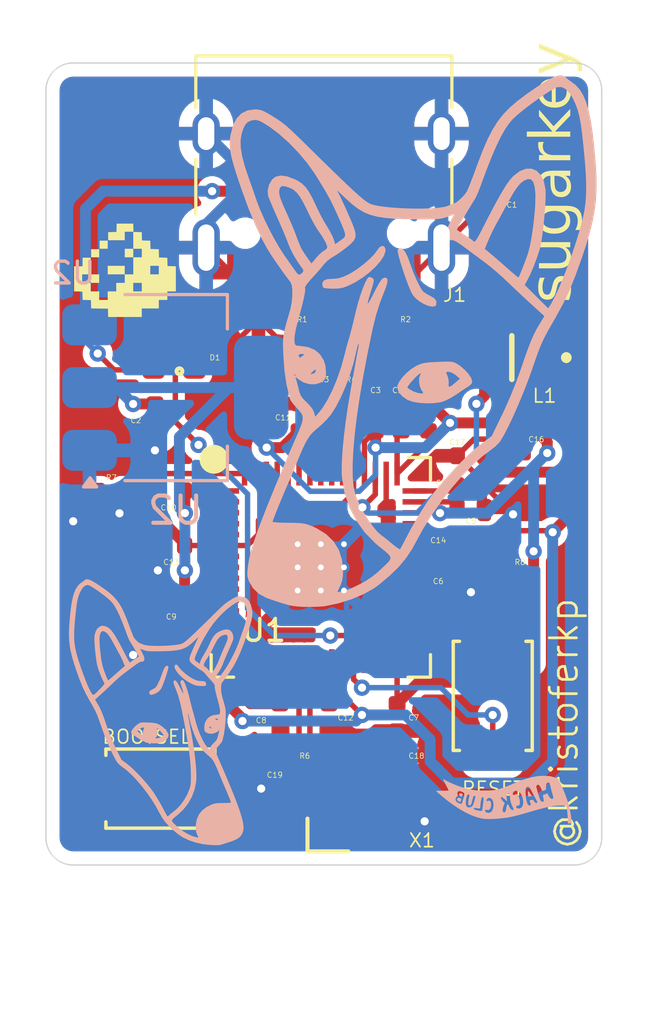
<source format=kicad_pcb>
(kicad_pcb (version 20241229) (generator "pcbnew") (generator_version "9.0")
  (layers (0 "F.Cu" signal) (2 "B.Cu" signal) (13 "F.Paste" user) (15 "B.Paste" user) (5 "F.SilkS" user "F.Silkscreen") (7 "B.SilkS" user "B.Silkscreen") (1 "F.Mask" user) (3 "B.Mask" user) (25 "Edge.Cuts" user))
  (net 0 "")
  (net 1 "GND")
  (net 2 "VBUS")
  (net 3 "+3V3")
  (net 4 "+1V1")
  (net 5 "Net-(U1-VREG_AVDD)")
  (net 6 "/XIN")
  (net 7 "Net-(D1-DIN)")
  (net 9 "Net-(U1-VREG_LX)")
  (net 10 "/USB_D+")
  (net 11 "/USB_D-")
  (net 12 "/XOUT")
  (net 13 "Net-(R7-Pad1)")
  (net 14 "Net-(U1-QSPI_SS)")
  (net 15 "Net-(R8-Pad2)")
  (net 28 "Net-(U1-RUN)")
  (net 53 "Net-(J1-CC2)")
  (net 54 "Net-(J1-CC1)")
  (net 57 "Net-(C18-Pad1)")
  (net 58 "/USB_P")
  (net 59 "/USB_N")
  (footprint "PCM_JLCPCB:R_0402" (layer "F.Cu") (at 88.4 112.7 180)
    (property "Reference" "R6" (hide yes))
    (property "Value" "1kΩ" (hide yes))
  )
  (footprint "PCM_JLCPCB:C_0402" (layer "F.Cu") (at 82.389 106.989 180)
    (property "Reference" "C9" (hide yes))
    (property "Value" "100nF")
  )
  (footprint "PCM_JLCPCB:C_0402" (layer "F.Cu") (at 86.9 114.1 -90)
    (property "Reference" "C19" (hide yes))
    (property "Value" "15pF")
  )
  (footprint "PCM_JLCPCB:R_0402" (layer "F.Cu") (at 80.2 103)
    (property "Reference" "R7" (hide yes))
    (property "Value" "1kΩ" (hide yes))
  )
  (footprint "PCM_JLCPCB:C_0402" (layer "F.Cu") (at 93.4 105.1)
    (property "Reference" "C14" (hide yes))
    (property "Value" "100nF")
  )
  (footprint "PCM_JLCPCB:C_0402" (layer "F.Cu") (at 90.689 111.289 -90)
    (property "Reference" "C7" (hide yes))
    (property "Value" "100nF")
  )
  (footprint "PCM_JLCPCB:C_0402" (layer "F.Cu") (at 81.8 100.3 -90)
    (property "Reference" "C2" (hide yes))
    (property "Value" "10uF")
  )
  (footprint "PCM_JLCPCB:LED-SMD_4P-L1.6-W1.5_XL-1615RGBC-WS2812B" (layer "F.Cu") (at 82.5 98.1 180)
    (property "Reference" "D1" (hide yes))
    (property "Value" "WS2812B")
  )
  (footprint "SamacSys_Parts:AOTAB201610S3R3101T" (layer "F.Cu") (at 94.9 98.1 180)
    (property "Reference" "L1" (hide yes))
    (property "Value" "AOTA-B201610S3R3-101-T" (hide yes))
  )
  (footprint "PCM_JLCPCB:R_0402" (layer "F.Cu") (at 86.1 96.7 180)
    (property "Reference" "R1" (hide yes))
    (property "Value" "5.1kΩ" (hide yes))
  )
  (footprint "PCM_JLCPCB:R_0402" (layer "F.Cu") (at 88 99.9 90)
    (property "Reference" "R3" (hide yes))
    (property "Value" "27Ω" (hide yes))
  )
  (footprint "PCM_JLCPCB:C_0402" (layer "F.Cu") (at 82.389 104.989 180)
    (property "Reference" "C13" (hide yes))
    (property "Value" "4.7uF")
  )
  (footprint "PCM_JLCPCB:C_0402" (layer "F.Cu") (at 93.389 103.589)
    (property "Reference" "C5" (hide yes))
    (property "Value" "100nF")
  )
  (footprint "PCM_JLCPCB:C_0402" (layer "F.Cu") (at 90.2 112.7)
    (property "Reference" "C18" (hide yes))
    (property "Value" "15pF")
  )
  (footprint "PCM_JLCPCB:C_0402" (layer "F.Cu") (at 93.389 102.789)
    (property "Reference" "C4" (hide yes))
    (property "Value" "100nF")
  )
  (footprint "PCM_JLCPCB:C_0402" (layer "F.Cu") (at 89.889 100.289 90)
    (property "Reference" "C3" (hide yes))
    (property "Value" "100nF")
  )
  (footprint "PCM_JLCPCB:R_0402" (layer "F.Cu") (at 94.8 105.6 -90)
    (property "Reference" "R8" (hide yes))
    (property "Value" "1kΩ" (hide yes))
  )
  (footprint "PCM_JLCPCB:R_0402" (layer "F.Cu") (at 89 99.9 90)
    (property "Reference" "R4" (hide yes))
    (property "Value" "27Ω" (hide yes))
  )
  (footprint "PCM_JLCPCB:R_0402" (layer "F.Cu") (at 91.838709 100.284088 -90)
    (property "Reference" "R5" (hide yes))
    (property "Value" "33Ω" (hide yes))
  )
  (footprint "PCM_JLCPCB:C_0402" (layer "F.Cu") (at 90.838709 100.284088 90)
    (property "Reference" "C15" (hide yes))
    (property "Value" "4.7uF")
  )
  (footprint "PCM_JLCPCB:C_0402" (layer "F.Cu") (at 87.089 100.289 90)
    (property "Reference" "C11" (hide yes))
    (property "Value" "100nF")
  )
  (footprint "RP2350_KiCad-main:RP2350A_QFN-60_EP_7.75x7.75_Pitch0.4mm" (layer "F.Cu") (at 87.889 105.789)
    (property "Reference" "U1")
    (property "Value" "RP2354A-QFN60")
  )
  (footprint "PCM_JLCPCB:SW_TS-1088-AR02016" (layer "F.Cu") (at 82 113.9 180)
    (property "Reference" "SW1" (hide yes))
    (property "Value" "SW_Push")
  )
  (footprint "PCM_JLCPCB:SW_TS-1088-AR02016" (layer "F.Cu") (at 94.2 110.5 -90)
    (property "Reference" "SW2" (hide yes))
    (property "Value" "SW_Push")
  )
  (footprint "PCM_JLCPCB:R_0402" (layer "F.Cu") (at 89.9 96.7)
    (property "Reference" "R2" (hide yes))
    (property "Value" "5.1kΩ" (hide yes))
  )
  (footprint "PCM_JLCPCB:CRYSTAL-SMD_4P-L3.2-W2.5-BL" (layer "F.Cu") (at 89.3 114.7)
    (property "Reference" "X1" (hide yes))
    (property "Value" "ABM8-272-T3")
  )
  (footprint "PCM_JLCPCB:C_0402" (layer "F.Cu") (at 93.4 101.7 180)
    (property "Reference" "C17" (hide yes))
    (property "Value" "4.7uF")
  )
  (footprint "PCM_JLCPCB:C_0402" (layer "F.Cu") (at 86.389 111.289 -90)
    (property "Reference" "C8" (hide yes))
    (property "Value" "100nF")
  )
  (footprint "PCM_JLCPCB:C_0402" (layer "F.Cu") (at 94.25 92.5 -90)
    (property "Reference" "C1" (hide yes))
    (property "Value" "10uF")
  )
  (footprint "LOGO" (layer "F.Cu") (at 80.692185 94.735878)
    (property "Reference" "G***" (hide yes))
    (property "Value" "LOGO" (hide yes))
  )
  (footprint "PCM_JLCPCB:C_0402" (layer "F.Cu") (at 95.289 101.089 90)
    (property "Reference" "C16" (hide yes))
    (property "Value" "4.7uF")
  )
  (footprint "Connector_USB:USB_C_Receptacle_HRO_TYPE-C-31-M-12" (layer "F.Cu") (at 88 90.94 180)
    (property "Reference" "J1" (hide yes))
    (property "Value" "USB_C_Receptacle_USB2.0_16P")
  )
  (footprint "PCM_JLCPCB:C_0402" (layer "F.Cu") (at 93.389 105.989)
    (property "Reference" "C6" (hide yes))
    (property "Value" "100nF")
  )
  (footprint "PCM_JLCPCB:C_0402" (layer "F.Cu") (at 82.389 102.989 180)
    (property "Reference" "C10" (hide yes))
    (property "Value" "100nF")
  )
  (footprint "PCM_JLCPCB:C_0402" (layer "F.Cu") (at 88.189 111.289 -90)
    (property "Reference" "C12" (hide yes))
    (property "Value" "100nF")
  )
  (footprint "LOGO" (layer "B.Cu") (at 82 111.1 180)
    (property "Reference" "G***" (hide yes))
    (property "Value" "LOGO" (hide yes))
  )
  (footprint "LOGO" (layer "B.Cu") (at 94.6 114.3 180)
    (property "Reference" "G***" (hide yes))
    (property "Value" "LOGO" (hide yes))
  )
  (footprint "LOGO" (layer "B.Cu") (at 91.3 97.5 180)
    (property "Reference" "G***" (hide yes))
    (property "Value" "LOGO" (hide yes))
  )
  (footprint "Package_TO_SOT_SMD:SOT-223-3_TabPin2" (layer "B.Cu") (at 82.55 99.2)
    (property "Reference" "U2")
    (property "Value" "AMS1117-3.3")
  )
  (gr_line (start 78.8 116.7) (end 97.2 116.7) (stroke (width 0.05)) (layer "Edge.Cuts"))
  (gr_line (start 98.2 115.7) (end 98.2 88.3) (stroke (width 0.05)) (layer "Edge.Cuts"))
  (gr_line (start 77.8 88.3) (end 77.8 115.7) (stroke (width 0.05)) (layer "Edge.Cuts"))
  (gr_arc (start 77.8 88.3) (mid 78.092893 87.592893) (end 78.8 87.3) (stroke (width 0.05)) (layer "Edge.Cuts"))
  (gr_arc (start 97.2 87.3) (mid 97.907107 87.592893) (end 98.2 88.3) (stroke (width 0.05)) (layer "Edge.Cuts"))
  (gr_arc (start 78.8 116.7) (mid 78.092893 116.407107) (end 77.8 115.7) (stroke (width 0.05)) (layer "Edge.Cuts"))
  (gr_line (start 97.2 87.3) (end 78.8 87.3) (stroke (width 0.05)) (layer "Edge.Cuts"))
  (gr_arc (start 98.2 115.7) (mid 97.907107 116.407107) (end 97.2 116.7) (stroke (width 0.05)) (layer "Edge.Cuts"))
  (gr_text "J1\n" (at 92.8 95.8 0) (layer "F.SilkS") (effects (font (size 0.5 0.5) (thickness 0.0625))))
  (gr_text "R1" (at 87.2 96.7 0) (layer "F.SilkS") (effects (font (size 0.2 0.2) (thickness 0.025))))
  (gr_text "RESET" (at 94.2 113.9 0) (layer "F.SilkS") (effects (font (size 0.5 0.5) (thickness 0.0625))))
  (gr_text "R4" (at 89 98.9 0) (layer "F.SilkS") (effects (font (size 0.2 0.2) (thickness 0.025))))
  (gr_text "C12" (at 88.8 111.3 0) (layer "F.SilkS") (effects (font (size 0.2 0.2) (thickness 0.025))))
  (gr_text "@kristoferkp" (at 97.4 116.2 90) (layer "F.SilkS") (effects (font (size 1 1) (thickness 0.1)) (justify left bottom)))
  (gr_text "C2\n" (at 81.1 100.4 0) (layer "F.SilkS") (effects (font (size 0.2 0.2) (thickness 0.025))))
  (gr_text "C3" (at 89.9 99.3 0) (layer "F.SilkS") (effects (font (size 0.2 0.2) (thickness 0.025))))
  (gr_text "C18\n" (at 91.4 112.7 0) (layer "F.SilkS") (effects (font (size 0.2 0.2) (thickness 0.025))))
  (gr_text "C6" (at 92.2 106.3 0) (layer "F.SilkS") (effects (font (size 0.2 0.2) (thickness 0.025))))
  (gr_text "C16" (at 95.8 101.1 0) (layer "F.SilkS") (effects (font (size 0.2 0.2) (thickness 0.025))))
  (gr_text "X1" (at 91.6 115.8 0) (layer "F.SilkS") (effects (font (size 0.5 0.5) (thickness 0.0625))))
  (gr_text "C1" (at 94.9 92.5 0) (layer "F.SilkS") (effects (font (size 0.2 0.2) (thickness 0.025))))
  (gr_text "R7\n" (at 80.2 102.5 0) (layer "F.SilkS") (effects (font (size 0.2 0.2) (thickness 0.025))))
  (gr_text "C13" (at 82.4 105.6 0) (layer "F.SilkS") (effects (font (size 0.2 0.2) (thickness 0.025))))
  (gr_text "L1" (at 96.1 99.5 0) (layer "F.SilkS") (effects (font (size 0.5 0.5) (thickness 0.0625))))
  (gr_text "C7" (at 91.3 111.3 0) (layer "F.SilkS") (effects (font (size 0.2 0.2) (thickness 0.025))))
  (gr_text "R5" (at 91.8 99.3 0) (layer "F.SilkS") (effects (font (size 0.2 0.2) (thickness 0.025))))
  (gr_text "R6" (at 87.3 112.7 0) (layer "F.SilkS") (effects (font (size 0.2 0.2) (thickness 0.025))))
  (gr_text "C8" (at 85.7 111.4 0) (layer "F.SilkS") (effects (font (size 0.2 0.2) (thickness 0.025))))
  (gr_text "C19\n" (at 86.2 113.4 0) (layer "F.SilkS") (effects (font (size 0.2 0.2) (thickness 0.025))))
  (gr_text "C10\n" (at 82.3 103.6 0) (layer "F.SilkS") (effects (font (size 0.2 0.2) (thickness 0.025))))
  (gr_text "C14" (at 92.2 104.8 0) (layer "F.SilkS") (effects (font (size 0.2 0.2) (thickness 0.025))))
  (gr_text "R3" (at 88 98.9 0) (layer "F.SilkS") (effects (font (size 0.2 0.2) (thickness 0.025))))
  (gr_text "C5" (at 93.4 104.1 0) (layer "F.SilkS") (effects (font (size 0.2 0.2) (thickness 0.025))))
  (gr_text "BOOTSEL\n" (at 81.5 112 0) (layer "F.SilkS") (effects (font (size 0.5 0.5) (thickness 0.0625))))
  (gr_text "R2" (at 91 96.7 0) (layer "F.SilkS") (effects (font (size 0.2 0.2) (thickness 0.025))))
  (gr_text "R8" (at 95.2 105.6 0) (layer "F.SilkS") (effects (font (size 0.2 0.2) (thickness 0.025))))
  (gr_text "C15" (at 90.8 99.3 0) (layer "F.SilkS") (effects (font (size 0.2 0.2) (thickness 0.025))))
  (gr_text "C4" (at 92.3 102.7 0) (layer "F.SilkS") (effects (font (size 0.2 0.2) (thickness 0.025))))
  (gr_text "sugarkey" (at 97.3 96.1 90) (layer "F.SilkS") (effects (font (size 1.5 1.5) (thickness 0.1)) (justify left bottom)))
  (gr_text "D1" (at 84 98.1 0) (layer "F.SilkS") (effects (font (size 0.2 0.2) (thickness 0.025))))
  (gr_text "C9" (at 82.4 107.6 0) (layer "F.SilkS") (effects (font (size 0.2 0.2) (thickness 0.025))))
  (gr_text "C17" (at 92.9 101.2 0) (layer "F.SilkS") (effects (font (size 0.2 0.2) (thickness 0.025))))
  (gr_text "C11" (at 86.5 100.3 0) (layer "F.SilkS") (effects (font (size 0.2 0.2) (thickness 0.025))))
  (gr_text "U2" (at 78.8 95 0) (layer "B.SilkS") (effects (font (size 0.8 0.8) (thickness 0.125)) (justify mirror)))
  (segment (start 84.595 94.985) (end 83.68 94.07) (width 0.2) (layer "F.Cu") (net 1))
  (segment (start 93.889 102.689) (end 92.9 101.7) (width 0.2) (layer "F.Cu") (net 1))
  (segment (start 81 109) (end 80.499265 108.499265) (width 0.2) (layer "F.Cu") (net 1))
  (segment (start 84.075 113.9) (end 85.7 113.9) (width 0.2) (layer "F.Cu") (net 1))
  (segment (start 91.25 95.85) (end 91.25 94.985) (width 0.2) (layer "F.Cu") (net 1))
  (segment (start 89.889 97.211) (end 90.4 96.7) (width 0.2) (layer "F.Cu") (net 1))
  (segment (start 83.25 97.65) (end 84.65 97.65) (width 0.2) (layer "F.Cu") (net 1))
  (segment (start 87.8 113.8) (end 87 114.6) (width 0.2) (layer "F.Cu") (net 1))
  (segment (start 91.7 115.1) (end 90.8 115.1) (width 0.2) (layer "F.Cu") (net 1))
  (segment (start 84.75 94.985) (end 84.75 95.85) (width 0.2) (layer "F.Cu") (net 1))
  (segment (start 90.838709 99.784088) (end 89.893912 99.784088) (width 0.2) (layer "F.Cu") (net 1))
  (segment (start 93.889 105.989) (end 93.889 106.211) (width 0.2) (layer "F.Cu") (net 1))
  (segment (start 93.39 93) (end 92.32 94.07) (width 0.2) (layer "F.Cu") (net 1))
  (segment (start 85.7 113.8) (end 86.389 113.111) (width 0.2) (layer "F.Cu") (net 1))
  (segment (start 91.401 113.21484) (end 91.401 114.499) (width 0.2) (layer "F.Cu") (net 1))
  (segment (start 93.9 105.1) (end 94.8 105.1) (width 0.2) (layer "F.Cu") (net 1))
  (segment (start 84.075 113.9) (end 84.075 112.425) (width 0.2) (layer "F.Cu") (net 1))
  (segment (start 93.511 101.089) (end 92.9 101.7) (width 0.2) (layer "F.Cu") (net 1))
  (segment (start 90.7 112.7) (end 90.7 111.8) (width 0.2) (layer "F.Cu") (net 1))
  (segment (start 93.889 102.789) (end 94.944975 103.844975) (width 0.2) (layer "F.Cu") (net 1))
  (segment (start 81.889 106.989) (end 81.889 105.919) (width 0.2) (layer "F.Cu") (net 1))
  (segment (start 91.401 114.499) (end 90.4 115.5) (width 0.2) (layer "F.Cu") (net 1))
  (segment (start 95.289 101.589) (end 94.789 101.089) (width 0.2) (layer "F.Cu") (net 1))
  (segment (start 90.88616 112.7) (end 91.401 113.21484) (width 0.2) (layer "F.Cu") (net 1))
  (segment (start 93.889 105.989) (end 93.889 105.111) (width 0.2) (layer "F.Cu") (net 1))
  (segment (start 84.75 95.85) (end 85.6 96.7) (width 0.2) (layer "F.Cu") (net 1))
  (segment (start 86.389 113.111) (end 86.389 111.789) (width 0.2) (layer "F.Cu") (net 1))
  (segment (start 90.4 115.5) (end 88.8 113.9) (width 0.2) (layer "F.Cu") (net 1))
  (segment (start 81 109.35) (end 81 109) (width 0.2) (layer "F.Cu") (net 1))
  (segment (start 93.889 106.211) (end 93.4 106.7) (width 0.2) (layer "F.Cu") (net 1))
  (segment (start 94.789 101.089) (end 93.511 101.089) (width 0.2) (layer "F.Cu") (net 1))
  (segment (start 80.499265 108.499265) (end 80.499265 103.807792) (width 0.2) (layer "F.Cu") (net 1))
  (segment (start 87.089 99.789) (end 87.089 98.189) (width 0.2) (layer "F.Cu") (net 1))
  (segment (start 84.65 97.65) (end 85.6 96.7) (width 0.2) (layer "F.Cu") (net 1))
  (segment (start 91.405 94.985) (end 92.32 94.07) (width 0.2) (layer "F.Cu") (net 1))
  (segment (start 79.93 94.07) (end 78.8 95.2) (width 0.4) (layer "F.Cu") (net 1))
  (segment (start 90.4 96.7) (end 91.25 95.85) (width 0.2) (layer "F.Cu") (net 1))
  (segment (start 85.7 113.9) (end 85.7 113.8) (width 0.2) (layer "F.Cu") (net 1))
  (segment (start 81.889 105.919) (end 81.908 105.9) (width 0.2) (layer "F.Cu") (net 1))
  (segment (start 81 109.35) (end 84.075 112.425) (width 0.2) (layer "F.Cu") (net 1))
  (segment (start 81.889 102.989) (end 81.070208 103.807792) (width 0.2) (layer "F.Cu") (net 1))
  (segment (start 88.201 111.801) (end 90.677 111.801) (width 0.2) (layer "F.Cu") (net 1))
  (segment (start 81.8 101.5) (end 81.8 100.8) (width 0.2) (layer "F.Cu") (net 1))
  (segment (start 94.25 93) (end 93.39 93) (width 0.2) (layer "F.Cu") (net 1))
  (segment (start 78.8 95.2) (end 78.8 104.1) (width 0.4) (layer "F.Cu") (net 1))
  (segment (start 83.68 94.07) (end 79.93 94.07) (width 0.4) (layer "F.Cu") (net 1))
  (segment (start 89.889 99.789) (end 89.889 97.211) (width 0.2) (layer "F.Cu") (net 1))
  (segment (start 90.289 104.239) (end 88.739 105.789) (width 0.2) (layer "F.Cu") (net 1))
  (segment (start 81.908 105.9) (end 81.908 105.008) (width 0.2) (layer "F.Cu") (net 1))
  (segment (start 87.089 98.189) (end 85.6 96.7) (width 0.2) (layer "F.Cu") (net 1))
  (segment (start 93.889 102.789) (end 93.889 103.589) (width 0.2) (layer "F.Cu") (net 1))
  (segment (start 90.7 112.7) (end 90.88616 112.7) (width 0.2) (layer "F.Cu") (net 1))
  (segment (start 90.289 102.3515) (end 90.289 104.239) (width 0.2) (layer "F.Cu") (net 1))
  (segment (start 83.68 89.89) (end 92.32 89.89) (width 0.4) (layer "F.Cu") (net 1))
  (segment (start 81.070208 103.807792) (end 80.499265 103.807792) (width 0.2) (layer "F.Cu") (net 1))
  (via (at 94.944975 103.844975) (size 0.6) (drill 0.3) (layers "F.Cu" "B.Cu") (net 1))
  (via (at 81.908 105.9) (size 0.6) (drill 0.3) (layers "F.Cu" "B.Cu") (net 1))
  (via (at 81 109) (size 0.6) (drill 0.3) (layers "F.Cu" "B.Cu") (net 1))
  (via (at 85.7 113.9) (size 0.6) (drill 0.3) (layers "F.Cu" "B.Cu") (net 1))
  (via (at 78.8 104.1) (size 0.6) (drill 0.3) (layers "F.Cu" "B.Cu") (net 1))
  (via (at 80.499265 103.807792) (size 0.6) (drill 0.3) (layers "F.Cu" "B.Cu") (net 1))
  (via (at 93.4 106.7) (size 0.6) (drill 0.3) (layers "F.Cu" "B.Cu") (net 1))
  (via (at 81.8 101.5) (size 0.6) (drill 0.3) (layers "F.Cu" "B.Cu") (net 1))
  (via (at 91.7 115.1) (size 0.6) (drill 0.3) (layers "F.Cu" "B.Cu") (net 1))
  (segment (start 93.339 106.639) (end 88.739 106.639) (width 0.2) (layer "B.Cu") (net 1))
  (segment (start 90.5 113.9) (end 85.7 113.9) (width 0.2) (layer "B.Cu") (net 1))
  (segment (start 87.039 105.789) (end 87.039 106.639) (width 0.2) (layer "B.Cu") (net 1))
  (segment (start 87.039 104.939) (end 87.039 105.789) (width 0.2) (layer "B.Cu") (net 1))
  (segment (start 94.944975 103.844975) (end 93.4 105.38995) (width 0.2) (layer "B.Cu") (net 1))
  (segment (start 80.207057 104.1) (end 80.499265 103.807792) (width 0.2) (layer "B.Cu") (net 1))
  (segment (start 87.889 106.639) (end 88.739 106.639) (width 0.2) (layer "B.Cu") (net 1))
  (segment (start 79.25 101.5) (end 81.8 101.5) (width 0.2) (layer "B.Cu") (net 1))
  (segment (start 87.039 106.639) (end 87.889 106.639) (width 0.2) (layer "B.Cu") (net 1))
  (segment (start 87.889 104.939) (end 87.039 104.939) (width 0.2) (layer "B.Cu") (net 1))
  (segment (start 87.039 105.789) (end 87.889 105.789) (width 0.2) (layer "B.Cu") (net 1))
  (segment (start 79.25 102.558527) (end 79.25 101.5) (width 0.2) (layer "B.Cu") (net 1))
  (segment (start 84.601 92.290364) (end 84.601 90.811) (width 0.4) (layer "B.Cu") (net 1))
  (segment (start 88.836445 108.537941) (end 88.836445 106.736445) (width 0.2) (layer "B.Cu") (net 1))
  (segment (start 80.499265 103.807792) (end 79.25 102.558527) (width 0.2) (layer "B.Cu") (net 1))
  (segment (start 83.68 93.211364) (end 84.601 92.290364) (width 0.4) (layer "B.Cu") (net 1))
  (segment (start 88.374386 109) (end 88.836445 108.537941) (width 0.2) (layer "B.Cu") (net 1))
  (segment (start 83.68 94.07) (end 83.68 93.211364) (width 0.4) (layer "B.Cu") (net 1))
  (segment (start 84.601 90.811) (end 83.68 89.89) (width 0.4) (layer "B.Cu") (net 1))
  (segment (start 88.739 105.789) (end 88.739 104.939) (width 0.2) (layer "B.Cu") (net 1))
  (segment (start 87.889 105.789) (end 87.889 106.639) (width 0.2) (layer "B.Cu") (net 1))
  (segment (start 93.4 105.38995) (end 93.4 106.7) (width 0.2) (layer "B.Cu") (net 1))
  (segment (start 87.889 105.789) (end 87.889 104.939) (width 0.2) (layer "B.Cu") (net 1))
  (segment (start 80.499265 104.491265) (end 80.499265 103.807792) (width 0.2) (layer "B.Cu") (net 1))
  (segment (start 78.8 104.1) (end 80.207057 104.1) (width 0.2) (layer "B.Cu") (net 1))
  (segment (start 93.4 106.7) (end 93.339 106.639) (width 0.2) (layer "B.Cu") (net 1))
  (segment (start 87.889 105.789) (end 88.739 105.789) (width 0.2) (layer "B.Cu") (net 1))
  (segment (start 88.739 106.639) (end 88.739 105.789) (width 0.2) (layer "B.Cu") (net 1))
  (segment (start 88.836445 106.736445) (end 88.739 106.639) (width 0.2) (layer "B.Cu") (net 1))
  (segment (start 81.908 105.9) (end 80.499265 104.491265) (width 0.2) (layer "B.Cu") (net 1))
  (segment (start 92.32 94.07) (end 92.32 89.89) (width 0.4) (layer "B.Cu") (net 1))
  (segment (start 91.7 115.1) (end 90.5 113.9) (width 0.2) (layer "B.Cu") (net 1))
  (segment (start 88.739 104.939) (end 87.889 104.939) (width 0.2) (layer "B.Cu") (net 1))
  (segment (start 88.374386 109) (end 81 109) (width 0.2) (layer "B.Cu") (net 1))
  (segment (start 88.25257 92) (end 90.45 94.19743) (width 0.4) (layer "F.Cu") (net 2))
  (segment (start 85.886 93.21857) (end 85.886 93.86143) (width 0.4) (layer "F.Cu") (net 2))
  (segment (start 85.55 94.19743) (end 85.55 94.985) (width 0.4) (layer "F.Cu") (net 2))
  (segment (start 83.9 92) (end 88.25257 92) (width 0.4) (layer "F.Cu") (net 2))
  (segment (start 83.9 92) (end 84.66743 92) (width 0.4) (layer "F.Cu") (net 2))
  (segment (start 79.7 97.95) (end 80.3 98.55) (width 0.2) (layer "F.Cu") (net 2))
  (segment (start 83.9 92) (end 94.25 92) (width 0.4) (layer "F.Cu") (net 2))
  (segment (start 90.45 94.19743) (end 90.45 94.985) (width 0.4) (layer "F.Cu") (net 2))
  (segment (start 84.66743 92) (end 85.886 93.21857) (width 0.4) (layer "F.Cu") (net 2))
  (segment (start 80.3 98.55) (end 81.75 98.55) (width 0.2) (layer "F.Cu") (net 2))
  (segment (start 85.886 93.86143) (end 85.55 94.19743) (width 0.4) (layer "F.Cu") (net 2))
  (via (at 79.7 97.95) (size 0.6) (drill 0.3) (layers "F.Cu" "B.Cu") (net 2))
  (via (at 83.9 92) (size 0.6) (drill 0.3) (layers "F.Cu" "B.Cu") (net 2))
  (segment (start 79.9 92) (end 83.9 92) (width 0.4) (layer "B.Cu") (net 2))
  (segment (start 79.25 97.5) (end 79.7 97.95) (width 0.2) (layer "B.Cu") (net 2))
  (segment (start 79.25 96.9) (end 79.25 92.65) (width 0.4) (layer "B.Cu") (net 2))
  (segment (start 79.25 92.65) (end 79.9 92) (width 0.4) (layer "B.Cu") (net 2))
  (segment (start 82.889 106.989) (end 82.889 105.911) (width 0.4) (layer "F.Cu") (net 3))
  (segment (start 82.889 108.366) (end 82.889 106.989) (width 0.4) (layer "F.Cu") (net 3))
  (segment (start 91.3265 103.389) (end 92.689 103.389) (width 0.2) (layer "F.Cu") (net 3))
  (segment (start 89.9 101.4) (end 89.9 100.8) (width 0.4) (layer "F.Cu") (net 3))
  (segment (start 82.889 105.911) (end 82.9 105.9) (width 0.4) (layer "F.Cu") (net 3))
  (segment (start 92.289 105.989) (end 92.889 105.989) (width 0.2) (layer "F.Cu") (net 3))
  (segment (start 91.3265 102.989) (end 92.689 102.989) (width 0.2) (layer "F.Cu") (net 3))
  (segment (start 92.089 105.789) (end 92.289 105.989) (width 0.2) (layer "F.Cu") (net 3))
  (segment (start 87.089 100.789) (end 87.089 101.068999) (width 0.2) (layer "F.Cu") (net 3))
  (segment (start 95.289 100.589) (end 95.598999 100.589) (width 0.4) (layer "F.Cu") (net 3))
  (segment (start 95 110) (end 95.7 109.3) (width 0.4) (layer "F.Cu") (net 3))
  (segment (start 92.631537 100.494725) (end 91.9209 99.784088) (width 0.4) (layer "F.Cu") (net 3))
  (segment (start 95.194725 100.494725) (end 95.289 100.589) (width 0.4) (layer "F.Cu") (net 3))
  (segment (start 81 99.8) (end 81.8 99.8) (width 0.4) (layer "F.Cu") (net 3))
  (segment (start 92.689 102.989) (end 92.889 102.789) (width 0.2) (layer "F.Cu") (net 3))
  (segment (start 86.389 110.789) (end 86.689 110.489) (width 0.2) (layer "F.Cu") (net 3))
  (segment (start 90.689 110.789) (end 91.478 110) (width 0.4) (layer "F.Cu") (net 3))
  (segment (start 82.889 106.989) (end 84.4515 106.989) (width 0.2) (layer "F.Cu") (net 3))
  (segment (start 92.631537 100.494725) (end 95.194725 100.494725) (width 0.4) (layer "F.Cu") (net 3))
  (segment (start 92.889 102.789) (end 92.889 103.589) (width 0.4) (layer "F.Cu") (net 3))
  (segment (start 87.489 101.468998) (end 87.449001 101.428999) (width 0.2) (layer "F.Cu") (net 3))
  (segment (start 86.478 101.4) (end 87.089 100.789) (width 0.4) (layer "F.Cu") (net 3))
  (segment (start 87.489 102.3515) (end 87.489 101.468998) (width 0.2) (layer "F.Cu") (net 3))
  (segment (start 92.6 106.278) (end 92.6 110) (width 0.4) (layer "F.Cu") (net 3))
  (segment (start 91.3265 105.789) (end 92.089 105.789) (width 0.2) (layer "F.Cu") (net 3))
  (segment (start 96.2 101.190001) (end 96.2 101.6) (width 0.4) (layer "F.Cu") (net 3))
  (segment (start 92.689 103.389) (end 92.889 103.589) (width 0.2) (layer "F.Cu") (net 3))
  (segment (start 82.9 103.8) (end 82.9 103) (width 0.4) (layer "F.Cu") (net 3))
  (segment (start 95.7 109.3) (end 95.7 105.2) (width 0.4) (layer "F.Cu") (net 3))
  (segment (start 92.264002 103.8) (end 92.678 103.8) (width 0.4) (layer "F.Cu") (net 3))
  (segment (start 92.889 105.989) (end 92.6 106.278) (width 0.4) (layer "F.Cu") (net 3))
  (segment (start 91.478 110) (end 92.6 110) (width 0.4) (layer "F.Cu") (net 3))
  (segment (start 85.9 101.4) (end 86.478 101.4) (width 0.4) (layer "F.Cu") (net 3))
  (segment (start 89.489 101.189) (end 89.889 100.789) (width 0.2) (layer "F.Cu") (net 3))
  (segment (start 92.6 110) (end 95 110) (width 0.4) (layer "F.Cu") (net 3))
  (segment (start 87.449001 101.428999) (end 87.889 101.868999) (width 0.2) (layer "F.Cu") (net 3))
  (segment (start 82.889 102.989) (end 84.4515 102.989) (width 0.2) (layer "F.Cu") (net 3))
  (segment (start 86.689 110.489) (end 86.689 109.2265) (width 0.2) (layer "F.Cu") (net 3))
  (segment (start 87.089 101.068999) (end 87.449001 101.428999) (width 0.2) (layer "F.Cu") (net 3))
  (segment (start 92.678 103.8) (end 92.889 103.589) (width 0.4) (layer "F.Cu") (net 3))
  (segment (start 90.689 110.789) (end 90.689 109.2265) (width 0.2) (layer "F.Cu") (net 3))
  (segment (start 86.389 110.789) (end 85.312 110.789) (width 0.4) (layer "F.Cu") (net 3))
  (segment (start 85.312 110.789) (end 82.889 108.366) (width 0.4) (layer "F.Cu") (net 3))
  (segment (start 87.889 101.868999) (end 87.889 102.3515) (width 0.2) (layer "F.Cu") (net 3))
  (segment (start 95.598999 100.589) (end 96.2 101.190001) (width 0.4) (layer "F.Cu") (net 3))
  (segment (start 89.489 102.3515) (end 89.489 101.189) (width 0.2) (layer "F.Cu") (net 3))
  (via (at 92.631537 100.494725) (size 0.6) (drill 0.3) (layers "F.Cu" "B.Cu") (net 3))
  (via (at 96.2 101.6) (size 0.6) (drill 0.3) (layers "F.Cu" "B.Cu") (net 3))
  (via (at 85.9 101.4) (size 0.6) (drill 0.3) (layers "F.Cu" "B.Cu") (net 3))
  (via (at 95.7 105.2) (size 0.6) (drill 0.3) (layers "F.Cu" "B.Cu") (net 3))
  (via (at 82.9 103.8) (size 0.6) (drill 0.3) (layers "F.Cu" "B.Cu") (net 3))
  (via (at 92.264002 103.8) (size 0.6) (drill 0.3) (layers "F.Cu" "B.Cu") (net 3))
  (via (at 89.9 101.4) (size 0.6) (drill 0.3) (layers "F.Cu" "B.Cu") (net 3))
  (via (at 81 99.8) (size 0.6) (drill 0.3) (layers "F.Cu" "B.Cu") (net 3))
  (via (at 82.9 105.9) (size 0.6) (drill 0.3) (layers "F.Cu" "B.Cu") (net 3))
  (segment (start 89.3 103) (end 89.9 102.4) (width 0.2) (layer "B.Cu") (net 3))
  (segment (start 85.55 99.2) (end 85.55 101.05) (width 0.4) (layer "B.Cu") (net 3))
  (segment (start 95.7 102.1) (end 96.2 101.6) (width 0.4) (layer "B.Cu") (net 3))
  (segment (start 89.9 102.4) (end 89.9 101.4) (width 0.2) (layer "B.Cu") (net 3))
  (segment (start 79.25 99.2) (end 80.4 99.2) (width 0.4) (layer "B.Cu") (net 3))
  (segment (start 85.55 99.2) (end 79.25 99.2) (width 0.4) (layer "B.Cu") (net 3))
  (segment (start 94 103.8) (end 92.264002 103.8) (width 0.4) (layer "B.Cu") (net 3))
  (segment (start 96.2 101.6) (end 94 103.8) (width 0.4) (layer "B.Cu") (net 3))
  (segment (start 84.508636 99.2) (end 82.699 101.009636) (width 0.4) (layer "B.Cu") (net 3))
  (segment (start 87.5 103) (end 89.3 103) (width 0.2) (layer "B.Cu") (net 3))
  (segment (start 91.726262 101.4) (end 92.631537 100.494725) (width 0.4) (layer "B.Cu") (net 3))
  (segment (start 85.9 101.4) (end 87.5 103) (width 0.2) (layer "B.Cu") (net 3))
  (segment (start 82.699 101.009636) (end 82.699 103.599) (width 0.4) (layer "B.Cu") (net 3))
  (segment (start 95.7 105.2) (end 95.7 102.1) (width 0.4) (layer "B.Cu") (net 3))
  (segment (start 85.55 99.2) (end 84.508636 99.2) (width 0.4) (layer "B.Cu") (net 3))
  (segment (start 85.55 101.05) (end 85.9 101.4) (width 0.4) (layer "B.Cu") (net 3))
  (segment (start 80.4 99.2) (end 81 99.8) (width 0.4) (layer "B.Cu") (net 3))
  (segment (start 82.699 103.599) (end 82.9 103.8) (width 0.4) (layer "B.Cu") (net 3))
  (segment (start 89.9 101.4) (end 91.726262 101.4) (width 0.4) (layer "B.Cu") (net 3))
  (segment (start 82.9 105.9) (end 82.9 103.8) (width 0.4) (layer "B.Cu") (net 3))
  (segment (start 81.52103 104.278) (end 81.208 104.59103) (width 0.4) (layer "F.Cu") (net 4))
  (segment (start 92.378 105.1) (end 92.089 105.389) (width 0.2) (layer "F.Cu") (net 4))
  (segment (start 92.9 105.1) (end 92.378 105.1) (width 0.2) (layer "F.Cu") (net 4))
  (segment (start 88.368076 103.788) (end 85.888 103.788) (width 0.2) (layer "F.Cu") (net 4))
  (segment (start 87.889 110.489) (end 87.889 109.2265) (width 0.2) (layer "F.Cu") (net 4))
  (segment (start 88.189 110.789) (end 87.889 110.489) (width 0.2) (layer "F.Cu") (net 4))
  (segment (start 94.5 102.3) (end 97 102.3) (width 0.4) (layer "F.Cu") (net 4))
  (segment (start 81.208 104.59103) (end 81.208 107.534942) (width 0.4) (layer "F.Cu") (net 4))
  (segment (start 97 102.3) (end 97 98.3) (width 0.4) (layer "F.Cu") (net 4))
  (segment (start 96.345975 104.445975) (end 93.554025 104.445975) (width 0.2) (layer "F.Cu") (net 4))
  (segment (start 93.9 101.7) (end 94.5 102.3) (width 0.4) (layer "F.Cu") (net 4))
  (segment (start 81.208 107.534942) (end 85.014344 111.341286) (width 0.4) (layer "F.Cu") (net 4))
  (segment (start 85.6 104.076) (end 85.6 104.58) (width 0.2) (layer "F.Cu") (net 4))
  (segment (start 96.4 104.5) (end 96.345975 104.445975) (width 0.2) (layer "F.Cu") (net 4))
  (segment (start 85.888 103.788) (end 85.6 104.076) (width 0.2) (layer "F.Cu") (net 4))
  (segment (start 89.089 103.067076) (end 88.368076 103.788) (width 0.2) (layer "F.Cu") (net 4))
  (segment (start 82.25697 104.278) (end 81.52103 104.278) (width 0.4) (layer "F.Cu") (net 4))
  (segment (start 85.191 104.989) (end 84.4515 104.989) (width 0.2) (layer "F.Cu") (net 4))
  (segment (start 85.6 104.58) (end 85.191 104.989) (width 0.2) (layer "F.Cu") (net 4))
  (segment (start 89.089 102.3515) (end 89.089 103.067076) (width 0.2) (layer "F.Cu") (net 4))
  (segment (start 85.014344 111.341286) (end 85.014344 111.422563) (width 0.4) (layer "F.Cu") (net 4))
  (segment (start 82.889 104.91003) (end 82.25697 104.278) (width 0.4) (layer "F.Cu") (net 4))
  (segment (start 88.989 110.789) (end 89.4 111.2) (width 0.2) (layer "F.Cu") (net 4))
  (segment (start 92.089 105.389) (end 91.3265 105.389) (width 0.2) (layer "F.Cu") (net 4))
  (segment (start 88.189 110.789) (end 88.989 110.789) (width 0.2) (layer "F.Cu") (net 4))
  (segment (start 93.554025 104.445975) (end 92.9 105.1) (width 0.2) (layer "F.Cu") (net 4))
  (segment (start 96.8 98.1) (end 95.9 98.1) (width 0.4) (layer "F.Cu") (net 4))
  (segment (start 97 98.3) (end 96.8 98.1) (width 0.4) (layer "F.Cu") (net 4))
  (segment (start 82.889 104.989) (end 84.4515 104.989) (width 0.2) (layer "F.Cu") (net 4))
  (segment (start 96.4 104.5) (end 97 103.9) (width 0.4) (layer "F.Cu") (net 4))
  (segment (start 97 103.9) (end 97 102.3) (width 0.4) (layer "F.Cu") (net 4))
  (via (at 85.014344 111.422563) (size 0.6) (drill 0.3) (layers "F.Cu" "B.Cu") (net 4))
  (via (at 96.4 104.5) (size 0.6) (drill 0.3) (layers "F.Cu" "B.Cu") (net 4))
  (via (at 89.4 111.2) (size 0.6) (drill 0.3) (layers "F.Cu" "B.Cu") (net 4))
  (segment (start 96.4 104.5) (end 96.4 112.9) (width 0.4) (layer "B.Cu") (net 4))
  (segment (start 91 111.2) (end 89.4 111.2) (width 0.4) (layer "B.Cu") (net 4))
  (segment (start 89.177437 111.422563) (end 89.4 111.2) (width 0.4) (layer "B.Cu") (net 4))
  (segment (start 92.7 113.7) (end 91.9 112.9) (width 0.4) (layer "B.Cu") (net 4))
  (segment (start 95.6 113.7) (end 92.7 113.7) (width 0.4) (layer "B.Cu") (net 4))
  (segment (start 96.4 112.9) (end 95.6 113.7) (width 0.4) (layer "B.Cu") (net 4))
  (segment (start 91.9 112.9) (end 91.9 112.1) (width 0.4) (layer "B.Cu") (net 4))
  (segment (start 85.014344 111.422563) (end 89.177437 111.422563) (width 0.4) (layer "B.Cu") (net 4))
  (segment (start 91.9 112.1) (end 91 111.2) (width 0.4) (layer "B.Cu") (net 4))
  (segment (start 90.689 102.3515) (end 90.689 100.933797) (width 0.2) (layer "F.Cu") (net 5))
  (segment (start 91.838709 101.201791) (end 91.838709 100.784088) (width 0.2) (layer "F.Cu") (net 5))
  (segment (start 90.689 102.3515) (end 91.838709 101.201791) (width 0.2) (layer "F.Cu") (net 5))
  (segment (start 86.289 114.92655) (end 86.289 114.211) (width 0.2) (layer "F.Cu") (net 6))
  (segment (start 88.2 115.5) (end 86.86245 115.5) (width 0.2) (layer "F.Cu") (net 6))
  (segment (start 87.089 109.2265) (end 87.089 112.311) (width 0.2) (layer "F.Cu") (net 6))
  (segment (start 86.9 112.5) (end 86.9 113.6) (width 0.2) (layer "F.Cu") (net 6))
  (segment (start 87.089 112.311) (end 86.9 112.5) (width 0.2) (layer "F.Cu") (net 6))
  (segment (start 86.289 114.211) (end 86.9 113.6) (width 0.2) (layer "F.Cu") (net 6))
  (segment (start 86.86245 115.5) (end 86.289 114.92655) (width 0.2) (layer "F.Cu") (net 6))
  (segment (start 89.489 108.487) (end 89.489 109.2265) (width 0.2) (layer "F.Cu") (net 7))
  (segment (start 88.235445 108.288998) (end 89.290998 108.288998) (width 0.2) (layer "F.Cu") (net 7))
  (segment (start 89.290998 108.288998) (end 89.489 108.487) (width 0.2) (layer "F.Cu") (net 7))
  (segment (start 82.549 100.449) (end 83.4 101.3) (width 0.2) (layer "F.Cu") (net 7))
  (segment (start 82.00799 97.65) (end 82.549 98.19101) (width 0.2) (layer "F.Cu") (net 7))
  (segment (start 82.549 98.19101) (end 82.549 100.449) (width 0.2) (layer "F.Cu") (net 7))
  (via (at 83.4 101.3) (size 0.6) (drill 0.3) (layers "F.Cu" "B.Cu") (net 7))
  (via (at 88.235445 108.288998) (size 0.6) (drill 0.3) (layers "F.Cu" "B.Cu") (net 7))
  (segment (start 85.2 107.3) (end 86.188998 108.288998) (width 0.2) (layer "B.Cu") (net 7))
  (segment (start 85.2 103.1) (end 85.2 107.3) (width 0.2) (layer "B.Cu") (net 7))
  (segment (start 83.4 101.3) (end 85.2 103.1) (width 0.2) (layer "B.Cu") (net 7))
  (segment (start 86.188998 108.288998) (end 88.235445 108.288998) (width 0.2) (layer "B.Cu") (net 7))
  (segment (start 89.889 103.117019) (end 89.41767 103.588349) (width 0.2) (layer "F.Cu") (net 9))
  (segment (start 93.9 99.494725) (end 93.6 99.794725) (width 0.4) (layer "F.Cu") (net 9))
  (segment (start 89.889 102.3515) (end 89.889 103.117019) (width 0.2) (layer "F.Cu") (net 9))
  (segment (start 93.9 98.1) (end 93.9 99.494725) (width 0.4) (layer "F.Cu") (net 9))
  (via (at 93.6 99.794725) (size 0.6) (drill 0.3) (layers "F.Cu" "B.Cu") (net 9))
  (via (at 89.41767 103.588349) (size 0.6) (drill 0.3) (layers "F.Cu" "B.Cu") (net 9))
  (segment (start 93.6 101.614059) (end 93.6 99.794725) (width 0.2) (layer "B.Cu") (net 9))
  (segment (start 91.5 103.714059) (end 93.6 101.614059) (width 0.2) (layer "B.Cu") (net 9))
  (segment (start 91.5 103.8) (end 91.5 103.714059) (width 0.2) (layer "B.Cu") (net 9))
  (segment (start 89.41767 103.588349) (end 89.629321 103.8) (width 0.2) (layer "B.Cu") (net 9))
  (segment (start 89.629321 103.8) (end 91.5 103.8) (width 0.2) (layer "B.Cu") (net 9))
  (segment (start 87.25 95.962) (end 87.299 96.011) (width 0.2) (layer "F.Cu") (net 10))
  (segment (start 88.25 96.072501) (end 88.25 94.985) (width 0.2) (layer "F.Cu") (net 10))
  (segment (start 88.25 95.962) (end 88.25 94.985) (width 0.2) (layer "F.Cu") (net 10))
  (segment (start 88.275 96.097501) (end 88.25 96.072501) (width 0.2) (layer "F.Cu") (net 10))
  (segment (start 88 99.4) (end 88 98.934999) (width 0.2) (layer "F.Cu") (net 10))
  (segment (start 87.299 96.011) (end 88.201 96.011) (width 0.2) (layer "F.Cu") (net 10))
  (segment (start 87.25 94.985) (end 87.25 95.962) (width 0.2) (layer "F.Cu") (net 10))
  (segment (start 88.201 96.011) (end 88.25 95.962) (width 0.2) (layer "F.Cu") (net 10))
  (segment (start 88.275 98.659999) (end 88.275 96.097501) (width 0.2) (layer "F.Cu") (net 10))
  (segment (start 88 98.934999) (end 88.275 98.659999) (width 0.2) (layer "F.Cu") (net 10))
  (segment (start 88.725 98.659999) (end 88.725 96.097501) (width 0.2) (layer "F.Cu") (net 11))
  (segment (start 89 99.4) (end 89 98.934999) (width 0.2) (layer "F.Cu") (net 11))
  (segment (start 87.799 93.959) (end 88.701 93.959) (width 0.2) (layer "F.Cu") (net 11))
  (segment (start 88.75 96.072501) (end 88.75 94.985) (width 0.2) (layer "F.Cu") (net 11))
  (segment (start 88.725 96.097501) (end 88.75 96.072501) (width 0.2) (layer "F.Cu") (net 11))
  (segment (start 88.75 94.008) (end 88.75 94.985) (width 0.2) (layer "F.Cu") (net 11))
  (segment (start 88.701 93.959) (end 88.75 94.008) (width 0.2) (layer "F.Cu") (net 11))
  (segment (start 87.75 94.985) (end 87.75 94.008) (width 0.2) (layer "F.Cu") (net 11))
  (segment (start 87.75 94.008) (end 87.799 93.959) (width 0.2) (layer "F.Cu") (net 11))
  (segment (start 89 98.934999) (end 88.725 98.659999) (width 0.2) (layer "F.Cu") (net 11))
  (segment (start 87.489 112.289) (end 87.489 109.2265) (width 0.2) (layer "F.Cu") (net 12))
  (segment (start 87.9 112.7) (end 87.489 112.289) (width 0.2) (layer "F.Cu") (net 12))
  (segment (start 79.7 112.2) (end 79.925 112.425) (width 0.2) (layer "F.Cu") (net 13))
  (segment (start 79.7 112.2) (end 79.7 103) (width 0.2) (layer "F.Cu") (net 13))
  (segment (start 79.925 112.425) (end 79.925 113.9) (width 0.2) (layer "F.Cu") (net 13))
  (segment (start 80.7 103) (end 81.3485 102.3515) (width 0.2) (layer "F.Cu") (net 14))
  (segment (start 81.3485 102.3515) (end 85.089 102.3515) (width 0.2) (layer "F.Cu") (net 14))
  (segment (start 94.8 107.825) (end 94.2 108.425) (width 0.2) (layer "F.Cu") (net 15))
  (segment (start 94.8 106.1) (end 94.8 107.825) (width 0.2) (layer "F.Cu") (net 15))
  (segment (start 89.089 109.889) (end 89.4 110.2) (width 0.2) (layer "F.Cu") (net 28))
  (segment (start 94.2 111.2) (end 94.2 112.575) (width 0.2) (layer "F.Cu") (net 28))
  (segment (start 89.089 109.2265) (end 89.089 109.889) (width 0.2) (layer "F.Cu") (net 28))
  (via (at 94.2 111.2) (size 0.6) (drill 0.3) (layers "F.Cu" "B.Cu") (net 28))
  (via (at 89.4 110.2) (size 0.6) (drill 0.3) (layers "F.Cu" "B.Cu") (net 28))
  (segment (start 89.4 110.2) (end 92.3 110.2) (width 0.2) (layer "B.Cu") (net 28))
  (segment (start 93.3 111.2) (end 94.2 111.2) (width 0.2) (layer "B.Cu") (net 28))
  (segment (start 92.3 110.2) (end 93.3 111.2) (width 0.2) (layer "B.Cu") (net 28))
  (segment (start 86.25 96.35) (end 86.25 94.985) (width 0.2) (layer "F.Cu") (net 53))
  (segment (start 86.6 96.7) (end 86.25 96.35) (width 0.2) (layer "F.Cu") (net 53))
  (segment (start 89.25 96.55) (end 89.25 94.985) (width 0.2) (layer "F.Cu") (net 54))
  (segment (start 89.7 112.7) (end 89.7 113.1) (width 0.2) (layer "F.Cu") (net 57))
  (segment (start 88.9 112.7) (end 89.7 112.7) (width 0.2) (layer "F.Cu") (net 57))
  (segment (start 88.9 112.7) (end 89.3 112.7) (width 0.2) (layer "F.Cu") (net 57))
  (segment (start 89.3 112.7) (end 90.4 113.8) (width 0.2) (layer "F.Cu") (net 57))
  (segment (start 89.7 113.1) (end 90.4 113.8) (width 0.2) (layer "F.Cu") (net 57))
  (segment (start 88 101.1) (end 88 100.4) (width 0.2) (layer "F.Cu") (net 58))
  (segment (start 88.289 102.3515) (end 88.289 101.389) (width 0.2) (layer "F.Cu") (net 58))
  (segment (start 88.289 101.389) (end 88 101.1) (width 0.2) (layer "F.Cu") (net 58))
  (segment (start 88.689 101.411) (end 89 101.1) (width 0.2) (layer "F.Cu") (net 59))
  (segment (start 89 101.1) (end 89 100.4) (width 0.2) (layer "F.Cu") (net 59))
  (segment (start 88.689 102.3515) (end 88.689 101.411) (width 0.2) (layer "F.Cu") (net 59))
  (zone (net 1) (net_name "GND") (layers "F.Cu" "B.Cu") (connect_pads (clearance 0.25)) (min_thickness 0.25) (fill yes (thermal_gap 0.5) (thermal_bridge_width 0.5))
    (polygon (pts (xy 77.8 87.3) (xy 98.2 87.3) (xy 98.3 116.7) (xy 77.9 116.7)))
  )
)
</source>
